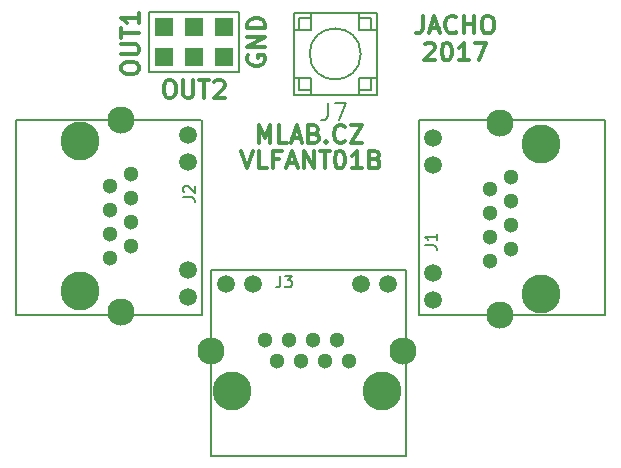
<source format=gbr>
%TF.GenerationSoftware,KiCad,Pcbnew,6.0.4-6f826c9f35~116~ubuntu20.04.1*%
%TF.CreationDate,2022-04-06T13:01:52+00:00*%
%TF.ProjectId,VLFANT01B,564c4641-4e54-4303-9142-2e6b69636164,rev?*%
%TF.SameCoordinates,Original*%
%TF.FileFunction,Legend,Top*%
%TF.FilePolarity,Positive*%
%FSLAX46Y46*%
G04 Gerber Fmt 4.6, Leading zero omitted, Abs format (unit mm)*
G04 Created by KiCad (PCBNEW 6.0.4-6f826c9f35~116~ubuntu20.04.1) date 2022-04-06 13:01:52*
%MOMM*%
%LPD*%
G01*
G04 APERTURE LIST*
%ADD10C,0.300000*%
%ADD11C,0.150000*%
%ADD12R,1.524000X1.524000*%
%ADD13C,3.300000*%
%ADD14C,2.300000*%
%ADD15C,1.300000*%
%ADD16C,1.500000*%
G04 APERTURE END LIST*
D10*
X35020571Y35222571D02*
X35092000Y35294000D01*
X35234857Y35365428D01*
X35592000Y35365428D01*
X35734857Y35294000D01*
X35806285Y35222571D01*
X35877714Y35079714D01*
X35877714Y34936857D01*
X35806285Y34722571D01*
X34949142Y33865428D01*
X35877714Y33865428D01*
X36806285Y35365428D02*
X36949142Y35365428D01*
X37092000Y35294000D01*
X37163428Y35222571D01*
X37234857Y35079714D01*
X37306285Y34794000D01*
X37306285Y34436857D01*
X37234857Y34151142D01*
X37163428Y34008285D01*
X37092000Y33936857D01*
X36949142Y33865428D01*
X36806285Y33865428D01*
X36663428Y33936857D01*
X36592000Y34008285D01*
X36520571Y34151142D01*
X36449142Y34436857D01*
X36449142Y34794000D01*
X36520571Y35079714D01*
X36592000Y35222571D01*
X36663428Y35294000D01*
X36806285Y35365428D01*
X38734857Y33865428D02*
X37877714Y33865428D01*
X38306285Y33865428D02*
X38306285Y35365428D01*
X38163428Y35151142D01*
X38020571Y35008285D01*
X37877714Y34936857D01*
X39234857Y35365428D02*
X40234857Y35365428D01*
X39592000Y33865428D01*
X34842000Y37651428D02*
X34842000Y36580000D01*
X34770571Y36365714D01*
X34627714Y36222857D01*
X34413428Y36151428D01*
X34270571Y36151428D01*
X35484857Y36580000D02*
X36199142Y36580000D01*
X35342000Y36151428D02*
X35842000Y37651428D01*
X36342000Y36151428D01*
X37699142Y36294285D02*
X37627714Y36222857D01*
X37413428Y36151428D01*
X37270571Y36151428D01*
X37056285Y36222857D01*
X36913428Y36365714D01*
X36842000Y36508571D01*
X36770571Y36794285D01*
X36770571Y37008571D01*
X36842000Y37294285D01*
X36913428Y37437142D01*
X37056285Y37580000D01*
X37270571Y37651428D01*
X37413428Y37651428D01*
X37627714Y37580000D01*
X37699142Y37508571D01*
X38342000Y36151428D02*
X38342000Y37651428D01*
X38342000Y36937142D02*
X39199142Y36937142D01*
X39199142Y36151428D02*
X39199142Y37651428D01*
X40199142Y37651428D02*
X40484857Y37651428D01*
X40627714Y37580000D01*
X40770571Y37437142D01*
X40842000Y37151428D01*
X40842000Y36651428D01*
X40770571Y36365714D01*
X40627714Y36222857D01*
X40484857Y36151428D01*
X40199142Y36151428D01*
X40056285Y36222857D01*
X39913428Y36365714D01*
X39842000Y36651428D01*
X39842000Y37151428D01*
X39913428Y37437142D01*
X40056285Y37580000D01*
X40199142Y37651428D01*
X19471428Y26221428D02*
X19971428Y24721428D01*
X20471428Y26221428D01*
X21685714Y24721428D02*
X20971428Y24721428D01*
X20971428Y26221428D01*
X22685714Y25507142D02*
X22185714Y25507142D01*
X22185714Y24721428D02*
X22185714Y26221428D01*
X22900000Y26221428D01*
X23400000Y25150000D02*
X24114285Y25150000D01*
X23257142Y24721428D02*
X23757142Y26221428D01*
X24257142Y24721428D01*
X24757142Y24721428D02*
X24757142Y26221428D01*
X25614285Y24721428D01*
X25614285Y26221428D01*
X26114285Y26221428D02*
X26971428Y26221428D01*
X26542857Y24721428D02*
X26542857Y26221428D01*
X27757142Y26221428D02*
X27900000Y26221428D01*
X28042857Y26150000D01*
X28114285Y26078571D01*
X28185714Y25935714D01*
X28257142Y25650000D01*
X28257142Y25292857D01*
X28185714Y25007142D01*
X28114285Y24864285D01*
X28042857Y24792857D01*
X27900000Y24721428D01*
X27757142Y24721428D01*
X27614285Y24792857D01*
X27542857Y24864285D01*
X27471428Y25007142D01*
X27400000Y25292857D01*
X27400000Y25650000D01*
X27471428Y25935714D01*
X27542857Y26078571D01*
X27614285Y26150000D01*
X27757142Y26221428D01*
X29685714Y24721428D02*
X28828571Y24721428D01*
X29257142Y24721428D02*
X29257142Y26221428D01*
X29114285Y26007142D01*
X28971428Y25864285D01*
X28828571Y25792857D01*
X30828571Y25507142D02*
X31042857Y25435714D01*
X31114285Y25364285D01*
X31185714Y25221428D01*
X31185714Y25007142D01*
X31114285Y24864285D01*
X31042857Y24792857D01*
X30900000Y24721428D01*
X30328571Y24721428D01*
X30328571Y26221428D01*
X30828571Y26221428D01*
X30971428Y26150000D01*
X31042857Y26078571D01*
X31114285Y25935714D01*
X31114285Y25792857D01*
X31042857Y25650000D01*
X30971428Y25578571D01*
X30828571Y25507142D01*
X30328571Y25507142D01*
X20951571Y26880428D02*
X20951571Y28380428D01*
X21451571Y27309000D01*
X21951571Y28380428D01*
X21951571Y26880428D01*
X23380142Y26880428D02*
X22665857Y26880428D01*
X22665857Y28380428D01*
X23808714Y27309000D02*
X24523000Y27309000D01*
X23665857Y26880428D02*
X24165857Y28380428D01*
X24665857Y26880428D01*
X25665857Y27666142D02*
X25880142Y27594714D01*
X25951571Y27523285D01*
X26023000Y27380428D01*
X26023000Y27166142D01*
X25951571Y27023285D01*
X25880142Y26951857D01*
X25737285Y26880428D01*
X25165857Y26880428D01*
X25165857Y28380428D01*
X25665857Y28380428D01*
X25808714Y28309000D01*
X25880142Y28237571D01*
X25951571Y28094714D01*
X25951571Y27951857D01*
X25880142Y27809000D01*
X25808714Y27737571D01*
X25665857Y27666142D01*
X25165857Y27666142D01*
X26665857Y27023285D02*
X26737285Y26951857D01*
X26665857Y26880428D01*
X26594428Y26951857D01*
X26665857Y27023285D01*
X26665857Y26880428D01*
X28237285Y27023285D02*
X28165857Y26951857D01*
X27951571Y26880428D01*
X27808714Y26880428D01*
X27594428Y26951857D01*
X27451571Y27094714D01*
X27380142Y27237571D01*
X27308714Y27523285D01*
X27308714Y27737571D01*
X27380142Y28023285D01*
X27451571Y28166142D01*
X27594428Y28309000D01*
X27808714Y28380428D01*
X27951571Y28380428D01*
X28165857Y28309000D01*
X28237285Y28237571D01*
X28737285Y28380428D02*
X29737285Y28380428D01*
X28737285Y26880428D01*
X29737285Y26880428D01*
X20078000Y34290142D02*
X20006571Y34147285D01*
X20006571Y33933000D01*
X20078000Y33718714D01*
X20220857Y33575857D01*
X20363714Y33504428D01*
X20649428Y33433000D01*
X20863714Y33433000D01*
X21149428Y33504428D01*
X21292285Y33575857D01*
X21435142Y33718714D01*
X21506571Y33933000D01*
X21506571Y34075857D01*
X21435142Y34290142D01*
X21363714Y34361571D01*
X20863714Y34361571D01*
X20863714Y34075857D01*
X21506571Y35004428D02*
X20006571Y35004428D01*
X21506571Y35861571D01*
X20006571Y35861571D01*
X21506571Y36575857D02*
X20006571Y36575857D01*
X20006571Y36933000D01*
X20078000Y37147285D01*
X20220857Y37290142D01*
X20363714Y37361571D01*
X20649428Y37433000D01*
X20863714Y37433000D01*
X21149428Y37361571D01*
X21292285Y37290142D01*
X21435142Y37147285D01*
X21506571Y36933000D01*
X21506571Y36575857D01*
X13279714Y32190428D02*
X13565428Y32190428D01*
X13708285Y32119000D01*
X13851142Y31976142D01*
X13922571Y31690428D01*
X13922571Y31190428D01*
X13851142Y30904714D01*
X13708285Y30761857D01*
X13565428Y30690428D01*
X13279714Y30690428D01*
X13136857Y30761857D01*
X12994000Y30904714D01*
X12922571Y31190428D01*
X12922571Y31690428D01*
X12994000Y31976142D01*
X13136857Y32119000D01*
X13279714Y32190428D01*
X14565428Y32190428D02*
X14565428Y30976142D01*
X14636857Y30833285D01*
X14708285Y30761857D01*
X14851142Y30690428D01*
X15136857Y30690428D01*
X15279714Y30761857D01*
X15351142Y30833285D01*
X15422571Y30976142D01*
X15422571Y32190428D01*
X15922571Y32190428D02*
X16779714Y32190428D01*
X16351142Y30690428D02*
X16351142Y32190428D01*
X17208285Y32047571D02*
X17279714Y32119000D01*
X17422571Y32190428D01*
X17779714Y32190428D01*
X17922571Y32119000D01*
X17994000Y32047571D01*
X18065428Y31904714D01*
X18065428Y31761857D01*
X17994000Y31547571D01*
X17136857Y30690428D01*
X18065428Y30690428D01*
X9338571Y33091714D02*
X9338571Y33377428D01*
X9410000Y33520285D01*
X9552857Y33663142D01*
X9838571Y33734571D01*
X10338571Y33734571D01*
X10624285Y33663142D01*
X10767142Y33520285D01*
X10838571Y33377428D01*
X10838571Y33091714D01*
X10767142Y32948857D01*
X10624285Y32806000D01*
X10338571Y32734571D01*
X9838571Y32734571D01*
X9552857Y32806000D01*
X9410000Y32948857D01*
X9338571Y33091714D01*
X9338571Y34377428D02*
X10552857Y34377428D01*
X10695714Y34448857D01*
X10767142Y34520285D01*
X10838571Y34663142D01*
X10838571Y34948857D01*
X10767142Y35091714D01*
X10695714Y35163142D01*
X10552857Y35234571D01*
X9338571Y35234571D01*
X9338571Y35734571D02*
X9338571Y36591714D01*
X10838571Y36163142D02*
X9338571Y36163142D01*
X10838571Y37877428D02*
X10838571Y37020285D01*
X10838571Y37448857D02*
X9338571Y37448857D01*
X9552857Y37306000D01*
X9695714Y37163142D01*
X9767142Y37020285D01*
D11*
%TO.C,J7*%
X26805000Y30285428D02*
X26805000Y29214000D01*
X26733571Y28999714D01*
X26590714Y28856857D01*
X26376428Y28785428D01*
X26233571Y28785428D01*
X27376428Y30285428D02*
X28376428Y30285428D01*
X27733571Y28785428D01*
%TO.C,J1*%
X35012380Y18208666D02*
X35726666Y18208666D01*
X35869523Y18161047D01*
X35964761Y18065809D01*
X36012380Y17922952D01*
X36012380Y17827714D01*
X36012380Y19208666D02*
X36012380Y18637238D01*
X36012380Y18922952D02*
X35012380Y18922952D01*
X35155238Y18827714D01*
X35250476Y18732476D01*
X35298095Y18637238D01*
%TO.C,J2*%
X14565380Y22272666D02*
X15279666Y22272666D01*
X15422523Y22225047D01*
X15517761Y22129809D01*
X15565380Y21986952D01*
X15565380Y21891714D01*
X14660619Y22701238D02*
X14613000Y22748857D01*
X14565380Y22844095D01*
X14565380Y23082190D01*
X14613000Y23177428D01*
X14660619Y23225047D01*
X14755857Y23272666D01*
X14851095Y23272666D01*
X14993952Y23225047D01*
X15565380Y22653619D01*
X15565380Y23272666D01*
%TO.C,J3*%
X22780666Y15660619D02*
X22780666Y14946333D01*
X22733047Y14803476D01*
X22637809Y14708238D01*
X22494952Y14660619D01*
X22399714Y14660619D01*
X23161619Y15660619D02*
X23780666Y15660619D01*
X23447333Y15279666D01*
X23590190Y15279666D01*
X23685428Y15232047D01*
X23733047Y15184428D01*
X23780666Y15089190D01*
X23780666Y14851095D01*
X23733047Y14755857D01*
X23685428Y14708238D01*
X23590190Y14660619D01*
X23304476Y14660619D01*
X23209238Y14708238D01*
X23161619Y14755857D01*
%TO.C,J7*%
X29594799Y34417000D02*
G75*
G03*
X29594799Y34417000I-2162799J0D01*
G01*
X29462000Y31367000D02*
X30482000Y31367000D01*
X30482000Y31367000D02*
X30482000Y32387000D01*
X25402000Y31367000D02*
X24382000Y31367000D01*
X24382000Y31367000D02*
X24382000Y32387000D01*
X25402000Y37467000D02*
X24382000Y37467000D01*
X24382000Y37467000D02*
X24382000Y36447000D01*
X30482000Y37467000D02*
X30482000Y36447000D01*
X30482000Y37467000D02*
X29462000Y37467000D01*
X29462000Y30917000D02*
X29462000Y32387000D01*
X29462000Y32387000D02*
X30932000Y32387000D01*
X25402000Y32387000D02*
X25402000Y30917000D01*
X23932000Y32387000D02*
X25402000Y32387000D01*
X29462000Y37917000D02*
X29462000Y36447000D01*
X29462000Y36447000D02*
X30932000Y36447000D01*
X25402000Y37917000D02*
X25402000Y36447000D01*
X25402000Y36447000D02*
X23932000Y36447000D01*
X23932000Y30917000D02*
X30932000Y30917000D01*
X30932000Y30917000D02*
X30932000Y37917000D01*
X30932000Y37917000D02*
X23932000Y37917000D01*
X23932000Y37917000D02*
X23932000Y30917000D01*
%TO.C,J9*%
X11684000Y32893000D02*
X11684000Y37973000D01*
X11684000Y37973000D02*
X19304000Y37973000D01*
X19304000Y37973000D02*
X19304000Y32893000D01*
X19304000Y32893000D02*
X11684000Y32893000D01*
%TO.C,J1*%
X34561000Y12317000D02*
X50291000Y12317000D01*
X50291000Y12317000D02*
X50291000Y28827000D01*
X50291000Y28827000D02*
X34541000Y28827000D01*
X34541000Y28827000D02*
X34541000Y12317000D01*
%TO.C,J2*%
X16132000Y12321000D02*
X16132000Y28831000D01*
X382000Y12321000D02*
X16132000Y12321000D01*
X382000Y28831000D02*
X382000Y12321000D01*
X16112000Y28831000D02*
X382000Y28831000D01*
%TO.C,J3*%
X16889000Y16112000D02*
X16889000Y382000D01*
X16889000Y382000D02*
X33399000Y382000D01*
X33399000Y382000D02*
X33399000Y16132000D01*
X33399000Y16132000D02*
X16889000Y16132000D01*
%TD*%
D12*
%TO.C,J9*%
X12954000Y34163000D03*
X12954000Y36703000D03*
X15494000Y34163000D03*
X15494000Y36703000D03*
X18034000Y34163000D03*
X18034000Y36703000D03*
%TD*%
D13*
%TO.C,J1*%
X44831000Y14097000D03*
X44831000Y26797000D03*
D14*
X41401000Y28577000D03*
X41401000Y12317000D03*
D15*
X42291000Y17907000D03*
X42291000Y19937000D03*
X42291000Y21967000D03*
X42291000Y23997000D03*
X40511000Y16887000D03*
X40511000Y18917000D03*
X40511000Y20947000D03*
X40511000Y22977000D03*
D16*
X35691000Y27307000D03*
X35691000Y25017000D03*
X35691000Y15877000D03*
X35691000Y13587000D03*
%TD*%
%TO.C,J2*%
X14982000Y27561000D03*
X14982000Y25271000D03*
X14982000Y16131000D03*
X14982000Y13841000D03*
D15*
X10162000Y18171000D03*
X10162000Y20201000D03*
X10162000Y22231000D03*
X10162000Y24261000D03*
X8382000Y17151000D03*
X8382000Y19181000D03*
X8382000Y21211000D03*
X8382000Y23241000D03*
D14*
X9272000Y28831000D03*
X9272000Y12571000D03*
D13*
X5842000Y14351000D03*
X5842000Y27051000D03*
%TD*%
%TO.C,J3*%
X18669000Y5842000D03*
X31369000Y5842000D03*
D14*
X33149000Y9272000D03*
X16889000Y9272000D03*
D15*
X22479000Y8382000D03*
X24509000Y8382000D03*
X26539000Y8382000D03*
X28569000Y8382000D03*
X21459000Y10162000D03*
X23489000Y10162000D03*
X25519000Y10162000D03*
X27549000Y10162000D03*
D16*
X31879000Y14982000D03*
X29589000Y14982000D03*
X20449000Y14982000D03*
X18159000Y14982000D03*
%TD*%
M02*

</source>
